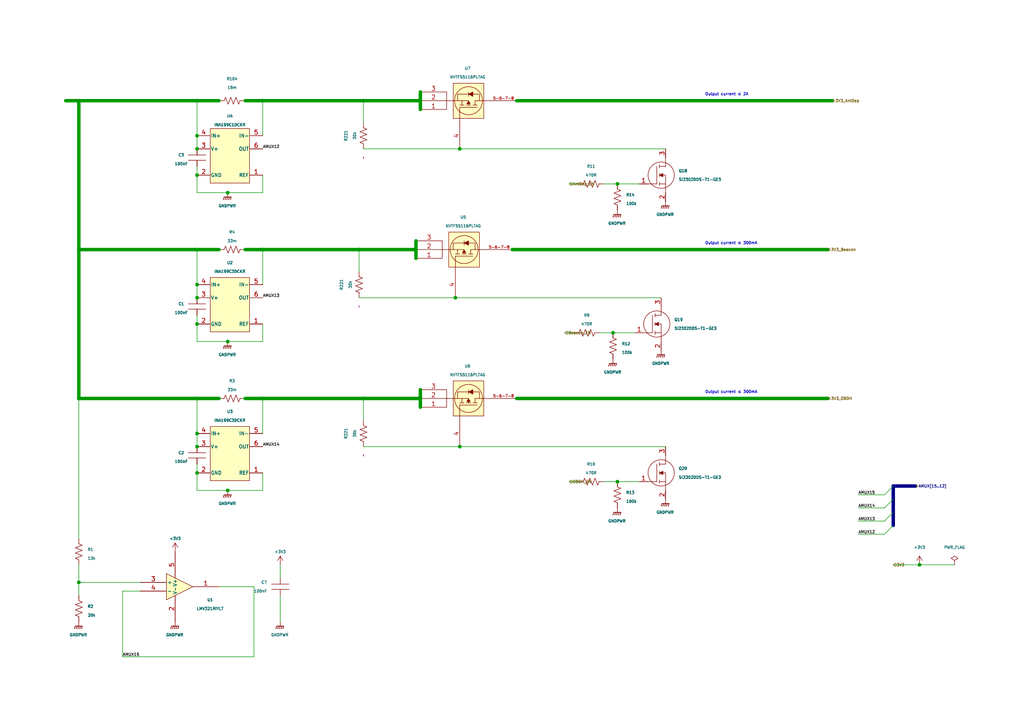
<source format=kicad_sch>
(kicad_sch (version 20230121) (generator eeschema)
  (paper "A4")
  (title_block (title "Reliability Enhanced Electrical Power System") (date "2023-08-03") (rev "v0.0") (comment 1 "Davi Figueiredo <figueiredo.davi7@gmail.com> ") (comment 2 "João C. E. Barcellos <joaoclaudiobarcellos@gmail.com>") (comment 3 "Laura Debastiani <laudebastiani@gmail.com>"))
  (lib_symbols
    (symbol "C0603C104K5RACTU:C0603C104K5RACTU" (pin_numbers hide) (pin_names (offset 1.016) hide)
      (property "Reference" "C44" (at 5.08 -1.397 0))
      (property "Value" "100nF" (at 5.08 -3.937 0))
      (symbol "C0603C104K5RACTU_1_1"
        (polyline (pts (xy 2.54 -3.302) (xy -2.54 -3.302)))
        (polyline (pts (xy 2.54 -1.778) (xy -2.54 -1.778)))
        (pin passive line (at 0 0 270) (length 1.778) (name "1") (number "1"))
        (pin passive line (at 0 -5.08 90) (length 1.778) (name "2") (number "2"))
      )
    )
    (symbol "CRCW0603100KFKEAHP:CRCW0603100KFKEAHP" (pin_numbers hide) (pin_names (offset 0.762) hide)
      (property "Reference" "R" (at 3.81 5.08 0))
      (property "Value" "100k" (at 3.81 2.54 0))
      (symbol "CRCW0603100KFKEAHP_0_1"
        (polyline (pts (xy 4.064 0) (xy 3.81 0)))
        (polyline (pts (xy 8.636 0) (xy 8.89 0)))
        (polyline (pts (xy 4.064 0) (xy 4.445 1.016) (xy 4.826 0) (xy 5.207 -1.016) (xy 5.588 0)))
        (polyline (pts (xy 5.588 0) (xy 5.969 1.016) (xy 6.35 0) (xy 6.731 -1.016) (xy 7.112 0)))
        (polyline (pts (xy 7.112 0) (xy 7.493 1.016) (xy 7.874 0) (xy 8.255 -1.016) (xy 8.636 0)))
      )
      (symbol "CRCW0603100KFKEAHP_1_1"
        (pin passive line (at 2.54 0 0) (length 1.27) (name "") (number "1"))
        (pin passive line (at 10.16 0 180) (length 1.27) (name "") (number "2"))
      )
    )
    (symbol "CRCW060313K0FKEAHP:CRCW060313K0FKEAHP" (pin_numbers hide) (pin_names (offset 0.254) hide)
      (property "Reference" "R" (at 6.35 5.08 0))
      (property "Value" "13k" (at 6.35 2.54 0))
      (symbol "CRCW060313K0FKEAHP_0_1"
        (polyline (pts (xy 4.064 0) (xy 3.81 0)))
        (polyline (pts (xy 8.636 0) (xy 8.89 0)))
        (polyline (pts (xy 4.064 0) (xy 4.445 1.016) (xy 4.826 0) (xy 5.207 -1.016) (xy 5.588 0)))
        (polyline (pts (xy 5.588 0) (xy 5.969 1.016) (xy 6.35 0) (xy 6.731 -1.016) (xy 7.112 0)))
        (polyline (pts (xy 7.112 0) (xy 7.493 1.016) (xy 7.874 0) (xy 8.255 -1.016) (xy 8.636 0)))
      )
      (symbol "CRCW060313K0FKEAHP_1_1"
        (pin passive line (at 2.54 0 0) (length 1.27) (name "") (number "1"))
        (pin passive line (at 10.16 0 180) (length 1.27) (name "") (number "2"))
      )
      (symbol "CRCW060313K0FKEAHP_1_2"
        (polyline (pts (xy -1.27 3.175) (xy 1.27 4.445)) (stroke (width 0.2032)))
        (polyline (pts (xy -1.27 5.715) (xy 1.27 6.985)) (stroke (width 0.2032)))
        (polyline (pts (xy -1.27 8.255) (xy 1.27 9.525)) (stroke (width 0.2032)))
        (polyline (pts (xy 0 2.54) (xy -1.27 3.175)) (stroke (width 0.2032)))
        (polyline (pts (xy 1.27 4.445) (xy -1.27 5.715)) (stroke (width 0.2032)))
        (polyline (pts (xy 1.27 6.985) (xy -1.27 8.255)) (stroke (width 0.2032)))
        (polyline (pts (xy 1.27 9.525) (xy 0 10.16)) (stroke (width 0.2032)))
        (pin unspecified line (at 0 12.7 270) (length 2.54) (name "") (number "1"))
        (pin unspecified line (at 0 0 90) (length 2.54) (name "") (number "2"))
      )
    )
    (symbol "CRCW060320K0FKEAHP:CRCW060320K0FKEAHP" (pin_numbers hide) (pin_names (offset 1.016) hide)
      (property "Reference" "R" (at 6.35 5.08 0))
      (property "Value" "20k" (at 5.08 2.54 0))
      (symbol "CRCW060320K0FKEAHP_0_1"
        (polyline (pts (xy 4.064 0) (xy 3.81 0)))
        (polyline (pts (xy 8.636 0) (xy 8.89 0)))
        (polyline (pts (xy 4.064 0) (xy 4.445 1.016) (xy 4.826 0) (xy 5.207 -1.016) (xy 5.588 0)))
        (polyline (pts (xy 5.588 0) (xy 5.969 1.016) (xy 6.35 0) (xy 6.731 -1.016) (xy 7.112 0)))
        (polyline (pts (xy 7.112 0) (xy 7.493 1.016) (xy 7.874 0) (xy 8.255 -1.016) (xy 8.636 0)))
      )
      (symbol "CRCW060320K0FKEAHP_1_1"
        (pin passive line (at 2.54 0 0) (length 1.27) (name "") (number "1"))
        (pin passive line (at 10.16 0 180) (length 1.27) (name "") (number "2"))
      )
    )
    (symbol "CRCW060330K0FKEAHP:RES" (pin_numbers hide) (pin_names (offset -2.54) hide)
      (property "Reference" "R" (at 6.35 5.08 0))
      (property "Value" "30k" (at 6.35 2.54 0))
      (symbol "RES_0_1"
        (polyline (pts (xy 4.064 0) (xy 3.81 0)))
        (polyline (pts (xy 8.636 0) (xy 8.89 0)))
        (polyline (pts (xy 4.064 0) (xy 4.445 1.016) (xy 4.826 0) (xy 5.207 -1.016) (xy 5.588 0)))
        (polyline (pts (xy 5.588 0) (xy 5.969 1.016) (xy 6.35 0) (xy 6.731 -1.016) (xy 7.112 0)))
        (polyline (pts (xy 7.112 0) (xy 7.493 1.016) (xy 7.874 0) (xy 8.255 -1.016) (xy 8.636 0)))
      )
      (symbol "RES_1_1"
        (pin passive line (at 2.54 0 0) (length 1.27) (name "") (number "1"))
        (pin passive line (at 10.16 0 180) (length 1.27) (name "") (number "2"))
      )
    )
    (symbol "CRCW0603470RFKEAHP:CRCW0603470RFKEAHP" (pin_numbers hide) (pin_names (offset 1.016) hide)
      (property "Reference" "R" (at 6.35 5.08 0))
      (property "Value" "470R" (at 3.81 2.54 0))
      (symbol "CRCW0603470RFKEAHP_0_1"
        (polyline (pts (xy 4.064 0) (xy 3.81 0)))
        (polyline (pts (xy 8.636 0) (xy 8.89 0)))
        (polyline (pts (xy 4.064 0) (xy 4.445 1.016) (xy 4.826 0) (xy 5.207 -1.016) (xy 5.588 0)))
        (polyline (pts (xy 5.588 0) (xy 5.969 1.016) (xy 6.35 0) (xy 6.731 -1.016) (xy 7.112 0)))
        (polyline (pts (xy 7.112 0) (xy 7.493 1.016) (xy 7.874 0) (xy 8.255 -1.016) (xy 8.636 0)))
      )
      (symbol "CRCW0603470RFKEAHP_1_1"
        (pin passive line (at 2.54 0 0) (length 1.27) (name "") (number "1"))
        (pin passive line (at 10.16 0 180) (length 1.27) (name "") (number "2"))
      )
    )
    (symbol "INA199C1DCKR:INA199xxDCK" (pin_names (offset 0.127))
      (property "Reference" "U" (at 21.336 25.146 0))
      (property "Value" "INA199xxDCK" (at 16.51 22.86 0))
      (symbol "INA199xxDCK_1_1"
        (rectangle (start 16.51 21.082) (end 27.94 5.334) (fill (type background)))
        (pin input line (at 31.75 7.62 180) (length 3.81) (name "REF") (number "1"))
        (pin power_in line (at 12.7 7.62 0) (length 3.81) (name "GND") (number "2"))
        (pin power_in line (at 12.7 15.24 0) (length 3.81) (name "V+") (number "3"))
        (pin input line (at 12.7 19.05 0) (length 3.81) (name "IN+") (number "4"))
        (pin input line (at 31.75 19.05 180) (length 3.81) (name "IN-") (number "5"))
        (pin output line (at 31.75 15.24 180) (length 3.81) (name "OUT") (number "6"))
      )
    )
    (symbol "INA199C3DCKR:INA199xxDCK" (pin_names (offset 0.127))
      (property "Reference" "U" (at 21.336 25.146 0))
      (property "Value" "INA199xxDCK" (at 16.51 22.86 0))
      (symbol "INA199xxDCK_1_1"
        (rectangle (start 16.51 21.082) (end 27.94 5.334) (fill (type background)))
        (pin input line (at 31.75 7.62 180) (length 3.81) (name "REF") (number "1"))
        (pin power_in line (at 12.7 7.62 0) (length 3.81) (name "GND") (number "2"))
        (pin power_in line (at 12.7 15.24 0) (length 3.81) (name "V+") (number "3"))
        (pin input line (at 12.7 19.05 0) (length 3.81) (name "IN+") (number "4"))
        (pin input line (at 31.75 19.05 180) (length 3.81) (name "IN-") (number "5"))
        (pin output line (at 31.75 15.24 180) (length 3.81) (name "OUT") (number "6"))
      )
    )
    (symbol "INA199xxDCK_1" (pin_names (offset 0.127))
      (property "Reference" "U" (at 21.336 25.146 0))
      (property "Value" "INA199C3DCKR" (at 15.24 22.86 0))
      (symbol "INA199xxDCK_1_1_1"
        (rectangle (start 16.51 21.082) (end 27.94 5.334) (fill (type background)))
        (pin input line (at 31.75 7.62 180) (length 3.81) (name "REF") (number "1"))
        (pin power_in line (at 12.7 7.62 0) (length 3.81) (name "GND") (number "2"))
        (pin power_in line (at 12.7 15.24 0) (length 3.81) (name "V+") (number "3"))
        (pin input line (at 12.7 19.05 0) (length 3.81) (name "IN+") (number "4"))
        (pin input line (at 31.75 19.05 180) (length 3.81) (name "IN-") (number "5"))
        (pin output line (at 31.75 15.24 180) (length 3.81) (name "OUT") (number "6"))
      )
    )
    (symbol "LMV321RIYLT:LMV321RIYLT" (pin_names (offset 0.254))
      (property "Reference" "U" (at 8.89 -1.27 0))
      (property "Value" "LMV321RIYLT" (at 8.89 -3.81 0))
      (symbol "LMV321RIYLT_1_1"
        (polyline (pts (xy -2.54 5.08) (xy -2.54 -2.54) (xy 5.08 1.27) (xy -2.54 5.08)) (fill (type background)))
        (pin output line (at 12.7 1.27 180) (length 7.62) (name "") (number "1"))
        (pin power_in line (at 0 -8.89 90) (length 7.62) (name "V-") (number "2"))
        (pin input line (at -10.16 2.54 0) (length 7.62) (name "+") (number "3"))
        (pin input line (at -10.16 0 0) (length 7.62) (name "-") (number "4"))
        (pin power_in line (at 0 11.43 270) (length 7.62) (name "V+") (number "5"))
      )
    )
    (symbol "NVTFS5116PLWFTAG:NVTFS5116PLTAG" (pin_names (offset 0.254))
      (property "Reference" "U" (at 35.56 -12.7 0))
      (property "Value" "NVTFS5116PLTAG" (at 35.56 -15.24 0))
      (symbol "NVTFS5116PLTAG_0_1"
        (polyline (pts (xy 13.97 -16.51) (xy 18.415 -16.51)))
        (polyline (pts (xy 18.415 -11.43) (xy 18.415 -16.51)))
        (polyline (pts (xy 19.05 -16.51) (xy 19.05 -15.24)))
        (polyline (pts (xy 19.05 -15.875) (xy 20.32 -15.875)))
        (polyline (pts (xy 19.05 -14.605) (xy 19.05 -13.335)))
        (polyline (pts (xy 19.05 -13.97) (xy 20.32 -13.97)))
        (polyline (pts (xy 19.05 -12.7) (xy 19.05 -11.43)))
        (polyline (pts (xy 19.05 -12.065) (xy 20.32 -12.065)))
        (polyline (pts (xy 19.685 -13.462) (xy 19.685 -13.462)))
        (polyline (pts (xy 20.32 -13.97) (xy 20.32 -20.32)))
        (polyline (pts (xy 20.32 -12.065) (xy 20.32 -7.62)))
        (polyline (pts (xy 21.59 -13.97) (xy 22.86 -13.97)))
        (polyline (pts (xy 22.86 -20.32) (xy 17.78 -20.32)))
        (polyline (pts (xy 20.32 -10.795) (xy 22.225 -10.795) (xy 22.225 -17.145) (xy 20.32 -17.145)))
        (circle (center 20.32 -13.97) (radius 4.066))
      )
      (symbol "NVTFS5116PLTAG_1_1"
        (polyline (pts (xy 19.431 -13.462) (xy 19.431 -14.478) (xy 20.193 -13.97) (xy 19.431 -13.462)) (fill (type outline)))
        (polyline (pts (xy 21.59 -12.7) (xy 22.86 -12.7) (xy 22.225 -13.97) (xy 21.59 -12.7)) (fill (type outline)))
        (rectangle (start 15.24 -9.525) (end 25.4 -18.415) (fill (type background)))
        (pin passive line (at 17.78 -27.94 90) (length 7.62) (name "") (number "1"))
        (pin passive line (at 20.32 -27.94 90) (length 7.62) (name "") (number "2"))
        (pin passive line (at 22.86 -27.94 90) (length 7.62) (name "") (number "3"))
        (pin passive line (at 6.35 -16.51 0) (length 7.62) (name "") (number "4"))
        (pin passive line (at 20.32 0 270) (length 7.62) (name "") (number "5-6-7-8"))
      )
    )
    (symbol "SI2302DDS-T1-GE3:SI2302DDS-T1-GE3" (pin_names hide)
      (property "Reference" "Q" (at 11.43 3.81 0))
      (property "Value" "SI2302DDS-T1-GE3" (at 11.43 1.27 0))
      (symbol "SI2302DDS-T1-GE3_1_1"
        (polyline (pts (xy 2.54 0) (xy 5.08 0)))
        (polyline (pts (xy 5.08 5.08) (xy 5.08 0)))
        (polyline (pts (xy 5.842 -0.508) (xy 5.842 0.508)))
        (polyline (pts (xy 5.842 0) (xy 7.62 0)))
        (polyline (pts (xy 5.842 2.032) (xy 5.842 3.048)))
        (polyline (pts (xy 5.842 5.588) (xy 5.842 4.572)))
        (polyline (pts (xy 7.62 2.54) (xy 5.842 2.54)))
        (polyline (pts (xy 7.62 2.54) (xy 7.62 -2.54)))
        (polyline (pts (xy 7.62 5.08) (xy 5.842 5.08)))
        (polyline (pts (xy 7.62 5.08) (xy 7.62 7.62)))
        (polyline (pts (xy 5.842 2.54) (xy 6.858 3.048) (xy 6.858 2.032) (xy 5.842 2.54)) (fill (type outline)))
        (circle (center 6.35 2.54) (radius 3.81))
        (pin passive line (at 0 0 0) (length 2.54) (name "G") (number "1"))
        (pin passive line (at 7.62 -5.08 90) (length 2.54) (name "S") (number "2"))
        (pin passive line (at 7.62 10.16 270) (length 2.54) (name "D") (number "3"))
      )
    )
    (symbol "WSL2010R0180FEA:WSL2010R0180FEA" (pin_numbers hide) (pin_names hide)
      (property "Reference" "R" (at 12.7 5.08 0))
      (property "Value" "18m" (at 11.43 2.54 0))
      (symbol "WSL2010R0180FEA_0_1"
        (polyline (pts (xy 11.684 -1.27) (xy 11.43 -1.27)))
        (polyline (pts (xy 16.256 -1.27) (xy 16.51 -1.27)))
        (polyline (pts (xy 11.684 -1.27) (xy 12.065 -0.254) (xy 12.446 -1.27) (xy 12.827 -2.286) (xy 13.208 -1.27)))
        (polyline (pts (xy 13.208 -1.27) (xy 13.589 -0.254) (xy 13.97 -1.27) (xy 14.351 -2.286) (xy 14.732 -1.27)))
        (polyline (pts (xy 14.732 -1.27) (xy 15.113 -0.254) (xy 15.494 -1.27) (xy 15.875 -2.286) (xy 16.256 -1.27)))
      )
      (symbol "WSL2010R0180FEA_1_0"
        (pin passive line (at 10.16 -1.27 0) (length 1.27) (name "~") (number "1"))
        (pin passive line (at 17.78 -1.27 180) (length 1.27) (name "~") (number "2"))
      )
    )
    (symbol "WSL2010R0330FEA:WSL2010R0330FEA" (pin_numbers hide) (pin_names (offset 0.254) hide)
      (property "Reference" "R" (at 6.35 5.08 0))
      (property "Value" "33m" (at 6.35 2.54 0))
      (symbol "WSL2010R0330FEA_0_1"
        (polyline (pts (xy 4.064 0) (xy 3.81 0)))
        (polyline (pts (xy 8.636 0) (xy 8.89 0)))
        (polyline (pts (xy 4.064 0) (xy 4.445 1.016) (xy 4.826 0) (xy 5.207 -1.016) (xy 5.588 0)))
        (polyline (pts (xy 5.588 0) (xy 5.969 1.016) (xy 6.35 0) (xy 6.731 -1.016) (xy 7.112 0)))
        (polyline (pts (xy 7.112 0) (xy 7.493 1.016) (xy 7.874 0) (xy 8.255 -1.016) (xy 8.636 0)))
      )
      (symbol "WSL2010R0330FEA_1_1"
        (pin passive line (at 2.54 0 0) (length 1.27) (name "") (number "1"))
        (pin passive line (at 10.16 0 180) (length 1.27) (name "") (number "2"))
      )
      (symbol "WSL2010R0330FEA_1_2"
        (polyline (pts (xy -1.27 3.175) (xy 1.27 4.445)) (stroke (width 0.2032)))
        (polyline (pts (xy -1.27 5.715) (xy 1.27 6.985)) (stroke (width 0.2032)))
        (polyline (pts (xy -1.27 8.255) (xy 1.27 9.525)) (stroke (width 0.2032)))
        (polyline (pts (xy 0 2.54) (xy -1.27 3.175)) (stroke (width 0.2032)))
        (polyline (pts (xy 1.27 4.445) (xy -1.27 5.715)) (stroke (width 0.2032)))
        (polyline (pts (xy 1.27 6.985) (xy -1.27 8.255)) (stroke (width 0.2032)))
        (polyline (pts (xy 1.27 9.525) (xy 0 10.16)) (stroke (width 0.2032)))
        (pin unspecified line (at 0 12.7 270) (length 2.54) (name "") (number "1"))
        (pin unspecified line (at 0 0 90) (length 2.54) (name "") (number "2"))
      )
    )
    (symbol "power:+3V3" (power) (pin_names (offset 0))
      (property "Value" "+3V3" (at 0 3.556 0))
      (symbol "+3V3_0_1"
        (polyline (pts (xy -0.762 1.27) (xy 0 2.54)))
        (polyline (pts (xy 0 0) (xy 0 2.54)))
        (polyline (pts (xy 0 2.54) (xy 0.762 1.27)))
      )
      (symbol "+3V3_1_1"
        (pin power_in line (at 0 0 90) (length 0) hide (name "+3V3") (number "1"))
      )
    )
    (symbol "power:GNDPWR" (power) (pin_names (offset 0))
      (property "Value" "GNDPWR" (at 0 -3.302 0))
      (symbol "GNDPWR_0_1"
        (polyline (pts (xy 0 -1.27) (xy 0 0)))
        (polyline (pts (xy -1.016 -1.27) (xy -1.27 -2.032) (xy -1.27 -2.032)) (stroke (width 0.2032)))
        (polyline (pts (xy -0.508 -1.27) (xy -0.762 -2.032) (xy -0.762 -2.032)) (stroke (width 0.2032)))
        (polyline (pts (xy 0 -1.27) (xy -0.254 -2.032) (xy -0.254 -2.032)) (stroke (width 0.2032)))
        (polyline (pts (xy 0.508 -1.27) (xy 0.254 -2.032) (xy 0.254 -2.032)) (stroke (width 0.2032)))
        (polyline (pts (xy 1.016 -1.27) (xy -1.016 -1.27) (xy -1.016 -1.27)) (stroke (width 0.2032)))
        (polyline (pts (xy 1.016 -1.27) (xy 0.762 -2.032) (xy 0.762 -2.032) (xy 0.762 -2.032)) (stroke (width 0.2032)))
      )
      (symbol "GNDPWR_1_1"
        (pin power_in line (at 0 0 270) (length 0) hide (name "GNDPWR") (number "1"))
      )
    )
    (symbol "power:PWR_FLAG" (power) (pin_numbers hide) (pin_names (offset 0) hide)
      (property "Value" "PWR_FLAG" (at 0 3.81 0))
      (symbol "PWR_FLAG_0_0"
        (pin power_out line (at 0 0 90) (length 0) (name "pwr") (number "1"))
      )
      (symbol "PWR_FLAG_0_1"
        (polyline (pts (xy 0 0) (xy 0 1.27) (xy -1.016 1.905) (xy 0 2.54) (xy 1.016 1.905) (xy 0 1.27)))
      )
    )
  )
  (junction (at 133.35 43.18))
  (junction (at 121.92 29.21))
  (junction (at 66.04 55.88))
  (junction (at 76.2 29.21))
  (junction (at 66.04 99.06))
  (junction (at 76.2 72.39))
  (junction (at 57.15 93.98))
  (junction (at 22.86 115.57))
  (junction (at 105.41 29.21))
  (junction (at 57.15 82.55))
  (junction (at 57.15 129.54))
  (junction (at 121.92 115.57))
  (junction (at 57.15 125.73))
  (junction (at 22.86 29.21))
  (junction (at 177.8 96.52))
  (junction (at 57.15 137.16))
  (junction (at 133.35 129.54))
  (junction (at 57.15 43.18))
  (junction (at 179.07 139.7))
  (junction (at 105.41 115.57))
  (junction (at 57.15 39.37))
  (junction (at 57.15 29.21))
  (junction (at 57.15 115.57))
  (junction (at 57.15 72.39))
  (junction (at 120.65 72.39))
  (junction (at 22.86 168.91))
  (junction (at 57.15 86.36))
  (junction (at 66.04 142.24))
  (junction (at 132.08 86.36))
  (junction (at 266.7 163.83))
  (junction (at 76.2 115.57))
  (junction (at 104.14 72.39))
  (junction (at 22.86 72.39))
  (junction (at 57.15 50.8))
  (junction (at 179.07 53.34))
  (bus_entry (at 256.54 143.51) (size 2.54 -2.54))
  (bus_entry (at 256.54 154.94) (size 2.54 -2.54))
  (bus_entry (at 256.54 151.13) (size 2.54 -2.54))
  (bus_entry (at 256.54 147.32) (size 2.54 -2.54))
  (wire (pts (xy 105.41 29.21) (xy 121.92 29.21)) (stroke (width 1)))
  (wire (pts (xy 76.2 29.21) (xy 76.2 39.37)))
  (wire (pts (xy 57.15 55.88) (xy 66.04 55.88)))
  (wire (pts (xy 175.26 139.7) (xy 179.07 139.7)))
  (wire (pts (xy 35.56 171.45) (xy 35.56 190.5)))
  (wire (pts (xy 57.15 134.62) (xy 57.15 137.16)))
  (wire (pts (xy 132.08 86.36) (xy 191.77 86.36)))
  (wire (pts (xy 104.14 86.36) (xy 132.08 86.36)))
  (wire (pts (xy 256.54 147.32) (xy 248.92 147.32)))
  (wire (pts (xy 57.15 91.44) (xy 57.15 93.98)))
  (wire (pts (xy 256.54 151.13) (xy 248.92 151.13)))
  (wire (pts (xy 175.26 53.34) (xy 179.07 53.34)))
  (wire (pts (xy 76.2 115.57) (xy 76.2 125.73)))
  (bus (pts (xy 265.43 140.97) (xy 259.08 140.97)) (stroke (width 1)))
  (wire (pts (xy 73.66 170.18) (xy 73.66 190.5)))
  (wire (pts (xy 276.86 163.83) (xy 266.7 163.83)))
  (wire (pts (xy 104.14 72.39) (xy 120.65 72.39)) (stroke (width 1)))
  (wire (pts (xy 167.64 53.34) (xy 165.1 53.34)))
  (wire (pts (xy 57.15 72.39) (xy 63.5 72.39)) (stroke (width 1)))
  (wire (pts (xy 121.92 29.21) (xy 121.92 31.75)) (stroke (width 1)))
  (wire (pts (xy 57.15 142.24) (xy 66.04 142.24)))
  (wire (pts (xy 256.54 154.94) (xy 248.92 154.94)))
  (wire (pts (xy 76.2 142.24) (xy 76.2 137.16)))
  (bus (pts (xy 259.08 148.59) (xy 259.08 152.4)) (stroke (width 1)))
  (wire (pts (xy 76.2 55.88) (xy 76.2 50.8)))
  (wire (pts (xy 22.86 168.91) (xy 40.64 168.91)))
  (wire (pts (xy 76.2 72.39) (xy 104.14 72.39)) (stroke (width 1)))
  (wire (pts (xy 66.04 99.06) (xy 76.2 99.06)))
  (wire (pts (xy 121.92 113.03) (xy 121.92 115.57)) (stroke (width 1)))
  (wire (pts (xy 173.99 96.52) (xy 177.8 96.52)))
  (wire (pts (xy 57.15 93.98) (xy 57.15 99.06)))
  (wire (pts (xy 149.86 29.21) (xy 241.3 29.21)) (stroke (width 1)))
  (wire (pts (xy 149.86 115.57) (xy 240.03 115.57)) (stroke (width 1)))
  (wire (pts (xy 57.15 99.06) (xy 66.04 99.06)))
  (wire (pts (xy 121.92 115.57) (xy 121.92 118.11)) (stroke (width 1)))
  (wire (pts (xy 66.04 55.88) (xy 76.2 55.88)))
  (wire (pts (xy 76.2 72.39) (xy 76.2 82.55)))
  (wire (pts (xy 22.86 72.39) (xy 22.86 115.57)) (stroke (width 1)))
  (wire (pts (xy 104.14 72.39) (xy 104.14 78.74)))
  (wire (pts (xy 40.64 171.45) (xy 35.56 171.45)))
  (wire (pts (xy 22.86 72.39) (xy 57.15 72.39)) (stroke (width 1)))
  (wire (pts (xy 71.12 29.21) (xy 76.2 29.21)) (stroke (width 1)))
  (wire (pts (xy 22.86 115.57) (xy 57.15 115.57)) (stroke (width 1)))
  (wire (pts (xy 105.41 129.54) (xy 133.35 129.54)))
  (wire (pts (xy 71.12 115.57) (xy 76.2 115.57)) (stroke (width 1)))
  (wire (pts (xy 81.28 172.72) (xy 81.28 180.34)))
  (wire (pts (xy 76.2 115.57) (xy 105.41 115.57)) (stroke (width 1)))
  (wire (pts (xy 22.86 163.83) (xy 22.86 168.91)))
  (wire (pts (xy 76.2 29.21) (xy 105.41 29.21)) (stroke (width 1)))
  (wire (pts (xy 120.65 72.39) (xy 120.65 74.93)) (stroke (width 1)))
  (wire (pts (xy 57.15 115.57) (xy 63.5 115.57)) (stroke (width 1)))
  (wire (pts (xy 105.41 43.18) (xy 133.35 43.18)))
  (bus (pts (xy 259.08 144.78) (xy 259.08 148.59)) (stroke (width 1)))
  (wire (pts (xy 121.92 26.67) (xy 121.92 29.21)) (stroke (width 1)))
  (wire (pts (xy 22.86 29.21) (xy 22.86 72.39)) (stroke (width 1)))
  (wire (pts (xy 81.28 163.83) (xy 81.28 167.64)))
  (wire (pts (xy 76.2 99.06) (xy 76.2 93.98)))
  (wire (pts (xy 105.41 115.57) (xy 121.92 115.57)) (stroke (width 1)))
  (wire (pts (xy 22.86 29.21) (xy 57.15 29.21)) (stroke (width 1)))
  (wire (pts (xy 57.15 39.37) (xy 57.15 43.18)))
  (wire (pts (xy 57.15 115.57) (xy 57.15 125.73)))
  (wire (pts (xy 105.41 115.57) (xy 105.41 121.92)))
  (wire (pts (xy 22.86 29.21) (xy 19.05 29.21)) (stroke (width 1)))
  (wire (pts (xy 57.15 125.73) (xy 57.15 129.54)))
  (wire (pts (xy 166.37 96.52) (xy 163.83 96.52)))
  (wire (pts (xy 63.5 170.18) (xy 73.66 170.18)))
  (wire (pts (xy 133.35 129.54) (xy 193.04 129.54)))
  (wire (pts (xy 57.15 55.88) (xy 57.15 50.8)))
  (wire (pts (xy 148.59 72.39) (xy 240.03 72.39)) (stroke (width 1)))
  (wire (pts (xy 57.15 29.21) (xy 57.15 39.37)))
  (wire (pts (xy 105.41 29.21) (xy 105.41 35.56)))
  (wire (pts (xy 22.86 168.91) (xy 22.86 172.72)))
  (bus (pts (xy 259.08 140.97) (xy 259.08 144.78)) (stroke (width 1)))
  (wire (pts (xy 120.65 69.85) (xy 120.65 72.39)) (stroke (width 1)))
  (wire (pts (xy 177.8 96.52) (xy 184.15 96.52)))
  (wire (pts (xy 179.07 139.7) (xy 185.42 139.7)))
  (wire (pts (xy 57.15 137.16) (xy 57.15 142.24)))
  (wire (pts (xy 179.07 53.34) (xy 185.42 53.34)))
  (wire (pts (xy 256.54 143.51) (xy 248.92 143.51)))
  (wire (pts (xy 57.15 48.26) (xy 57.15 50.8)))
  (wire (pts (xy 57.15 82.55) (xy 57.15 86.36)))
  (wire (pts (xy 57.15 29.21) (xy 63.5 29.21)) (stroke (width 1)))
  (wire (pts (xy 71.12 72.39) (xy 76.2 72.39)) (stroke (width 1)))
  (wire (pts (xy 22.86 115.57) (xy 22.86 156.21)))
  (wire (pts (xy 167.64 139.7) (xy 165.1 139.7)))
  (wire (pts (xy 266.7 163.83) (xy 259.08 163.83)))
  (wire (pts (xy 57.15 72.39) (xy 57.15 82.55)))
  (wire (pts (xy 35.56 190.5) (xy 73.66 190.5)))
  (wire (pts (xy 66.04 142.24) (xy 76.2 142.24)))
  (wire (pts (xy 133.35 43.18) (xy 193.04 43.18)))
  (text "Output current ≤ 300mA" (at 204.47 114.3 0) (effects (font (size 0.8 0.8)) (justify left bottom)))
  (text "Output current ≤ 300mA" (at 204.47 71.12 0) (effects (font (size 0.8 0.8)) (justify left bottom)))
  (text "Output current ≤ 2A" (at 204.47 27.94 0) (effects (font (size 0.8 0.8)) (justify left bottom)))
  (label "AMUX15" (at 248.92 143.51 0) (effects (font (size 0.8 0.8))))
  (label "AMUX14" (at 76.2 129.54 0) (effects (font (size 0.8 0.8))))
  (label "AMUX12" (at 248.92 154.94 0) (effects (font (size 0.8 0.8))))
  (label "AMUX12" (at 76.2 43.18 0) (effects (font (size 0.8 0.8))))
  (label "AMUX13" (at 76.2 86.36 0) (effects (font (size 0.8 0.8))))
  (label "AMUX13" (at 248.92 151.13 0) (effects (font (size 0.8 0.8))))
  (label "AMUX15" (at 35.56 190.5 0) (effects (font (size 0.8 0.8))))
  (label "AMUX14" (at 248.92 147.32 0) (effects (font (size 0.8 0.8))))
  (hierarchical_label "3V3_Beacon" (shape output) (at 240.03 72.39 0) (effects (font (size 0.8 0.8))))
  (hierarchical_label "AMUX[15..12]" (shape output) (at 265.43 140.97 0) (effects (font (size 0.8 0.8))))
  (hierarchical_label "3V3" (shape input) (at 19.05 29.21 0) (effects (font (size 0.8 0.8))))
  (hierarchical_label "OBDH_EN" (shape input) (at 165.1 139.7 0) (effects (font (size 0.8 0.8))))
  (hierarchical_label "3V3_OBDH" (shape output) (at 240.03 115.57 0) (effects (font (size 0.8 0.8))))
  (hierarchical_label "AntDep_EN" (shape input) (at 165.1 53.34 0) (effects (font (size 0.8 0.8))))
  (hierarchical_label "Beacon_EN" (shape input) (at 163.83 96.52 0) (effects (font (size 0.8 0.8))))
  (hierarchical_label "3V3" (shape input) (at 259.08 163.83 0) (effects (font (size 0.8 0.8))))
  (hierarchical_label "3V3_AntDep" (shape output) (at 241.3 29.21 0) (effects (font (size 0.8 0.8))))
  (symbol (lib_id "WSL2010R0180FEA:WSL2010R0180FEA") (at 53.34 27.94 0) (unit 1)
    (property "Reference" "R104" (at 67.31 22.86 0) (effects (font (size 0.8 0.8))))
    (property "Value" "18m" (at 67.31 25.4 0) (effects (font (size 0.8 0.8))))
    (property "Footprint" "footprints:WSL2010R0180FEA" (effects hide))
    (property "Datasheet" "https://www.arrow.com/en/products/wsl2010r0180fea/vishay" (effects hide))
    (property "Height" "0.889" (effects hide))
    (property "Mouser Part Number" "71-WSL2010R0180FEA" (effects hide))
    (property "Mouser Price/Stock" "https://www.mouser.co.uk/ProductDetail/Vishay-Dale/WSL2010R0180FEA?qs=fncU5wK7Cm%2FkEWsMhCYm%252Bw%3D%3D" (effects hide))
    (property "Manufacturer_Name" "Vishay" (effects hide))
    (property "Manufacturer_Part_Number" "WSL2010R0180FEA" (effects hide))
    (instances (project "eps-re_project" (path "" (reference "R104") (unit 1)) (path "" (reference "R5") (unit 1))))
  )
  (symbol (lib_id "power:GNDPWR") (at 179.07 147.32 0) (unit 1)
    (property "Reference" "#PWR064" (effects hide))
    (property "Value" "GNDPWR" (at 178.943 151.13 0) (effects (font (size 0.8 0.8))))
    (instances (project "eps-re_project" (path "" (reference "#PWR064") (unit 1)) (path "" (reference "#PWR0108") (unit 1)) (path "" (reference "#PWR011") (unit 1))))
  )
  (symbol (lib_id "power:GNDPWR") (at 22.86 180.34 0) (unit 1)
    (property "Reference" "#PWR064" (effects hide))
    (property "Value" "GNDPWR" (at 22.733 184.15 0) (effects (font (size 0.8 0.8))))
    (instances (project "eps-re_project" (path "" (reference "#PWR064") (unit 1)) (path "" (reference "#PWR0108") (unit 1)) (path "" (reference "#PWR01") (unit 1))))
  )
  (symbol (lib_id "power:GNDPWR") (at 193.04 144.78 0) (unit 1)
    (property "Reference" "#PWR064" (effects hide))
    (property "Value" "GNDPWR" (at 192.913 148.59 0) (effects (font (size 0.8 0.8))))
    (instances (project "eps-re_project" (path "" (reference "#PWR064") (unit 1)) (path "" (reference "#PWR0108") (unit 1)) (path "" (reference "#PWR019") (unit 1))))
  )
  (symbol (lib_id "CRCW060330K0FKEAHP:RES") (at 104.14 88.9 90) (unit 1)
    (property "Reference" "R221" (at 99.06 82.55 0) (effects (font (size 0.8 0.8))))
    (property "Value" "30k" (at 101.6 82.55 0) (effects (font (size 0.8 0.8))))
    (property "Footprint" "footprints:CRCW060330K0FKEAHP" (effects hide))
    (property "Datasheet" "~" (at 104.14 88.9 0) (effects (font (size 0.8 0.8))))
    (instances (project "eps-re_project" (path "" (reference "R221") (unit 1)) (path "" (reference "R85") (unit 1)) (path "" (reference "R7") (unit 1))) (project "EPSpg3" (path "" (reference "R2") (unit 1))))
  )
  (symbol (lib_id "CRCW060320K0FKEAHP:CRCW060320K0FKEAHP") (at 22.86 170.18 270) (unit 1)
    (property "Reference" "R2" (at 25.4 175.895 90) (effects (font (size 0.8 0.8)) (justify left)))
    (property "Value" "20k" (at 25.4 178.435 90) (effects (font (size 0.8 0.8)) (justify left)))
    (property "Footprint" "footprints:CRCW060320K0FKEAHP" (effects hide))
    (property "Datasheet" "http://www.vishay.com/docs/20043/crcwhpe3.pdf" (effects hide))
    (property "automotive" "Yes" (effects hide))
    (property "automotive grade" "Grade 0" (effects hide))
    (property "category" "Res" (effects hide))
    (property "composition" "Thick Film" (effects hide))
    (property "device class L1" "Passive Components" (effects hide))
    (property "device class L2" "Resistors" (effects hide))
    (property "device class L3" "Chip SMD Resistors" (effects hide))
    (property "height" "0.55mm" (effects hide))
    (property "ipc land pattern name" "RESC16085X45" (effects hide))
    (property "lead free" "Yes" (effects hide))
    (property "library id" "6d0e00b833a89e4b" (effects hide))
    (property "manufacturer" "Vishay" (effects hide))
    (property "package" "0603" (effects hide))
    (property "power" "250mW" (effects hide))
    (property "power rating" "0.33W" (effects hide))
    (property "resistance" "20kΩ" (effects hide))
    (property "rohs" "Yes" (effects hide))
    (property "series" "CRCW-HP e3" (effects hide))
    (property "temperature coefficient" "100ppm/°C" (effects hide))
    (property "temperature range high" "+155°C" (effects hide))
    (property "temperature range low" "-55°C" (effects hide))
    (property "tolerance" "1%" (effects hide))
    (property "voltage rating" "75V" (effects hide))
    (instances (project "eps-re_project" (path "" (reference "R2") (unit 1))) (project "EPS Analogico" (path "" (reference "R14") (unit 1))))
  )
  (symbol (lib_id "power:PWR_FLAG") (at 276.86 163.83 0) (unit 1)
    (property "Reference" "#FLG010" (effects hide))
    (property "Value" "PWR_FLAG" (at 276.86 158.75 0) (effects (font (size 0.8 0.8))))
  )
  (symbol (lib_id "WSL2010R0330FEA:WSL2010R0330FEA") (at 60.96 115.57 0) (unit 1)
    (property "Reference" "R3" (at 67.31 110.49 0) (effects (font (size 0.8 0.8))))
    (property "Value" "33m" (at 67.31 113.03 0) (effects (font (size 0.8 0.8))))
    (property "Footprint" "footprints:WSL2010R0330FEA" (effects hide))
    (property "Datasheet" "WSL2010R0330FEA" (effects hide))
  )
  (symbol (lib_id "CRCW060330K0FKEAHP:RES") (at 105.41 45.72 90) (unit 1)
    (property "Reference" "R221" (at 100.33 39.37 0) (effects (font (size 0.8 0.8))))
    (property "Value" "30k" (at 102.87 39.37 0) (effects (font (size 0.8 0.8))))
    (property "Footprint" "footprints:CRCW060330K0FKEAHP" (effects hide))
    (property "Datasheet" "~" (at 105.41 45.72 0) (effects (font (size 0.8 0.8))))
    (instances (project "eps-re_project" (path "" (reference "R221") (unit 1)) (path "" (reference "R85") (unit 1)) (path "" (reference "R8") (unit 1))) (project "EPSpg3" (path "" (reference "R2") (unit 1))))
  )
  (symbol (lib_id "C0603C104K5RACTU:C0603C104K5RACTU") (at 57.15 129.54 0) (unit 1)
    (property "Reference" "C2" (at 52.578 131.318 0) (effects (font (size 0.8 0.8))))
    (property "Value" "100nF" (at 52.578 133.858 0) (effects (font (size 0.8 0.8))))
    (property "Footprint" "footprints:C0603C104K5RACTU" (effects hide))
    (property "Datasheet" "https://api.kemet.com/component-edge/download/datasheet/C0603C100J5GACAUTO.pdf" (effects hide))
    (property "automotive" "Yes" (effects hide))
    (property "automotive grade" "Grade 1" (effects hide))
    (property "capacitance" "0.10 μF" (effects hide))
    (property "category" "Cap" (effects hide))
    (property "device class L1" "Passive Components" (effects hide))
    (property "device class L2" "Capacitors" (effects hide))
    (property "device class L3" "Ceramic Capacitors" (effects hide))
    (property "digikey description" "CAP CER 0.1UF 50V X7R 0603" (effects hide))
    (property "digikey part number" "399-5089-2-ND" (effects hide))
    (property "height" "0.87mm" (effects hide))
    (property "lead free" "Yes" (effects hide))
    (property "library id" "73022d3323b2b2b8" (effects hide))
    (property "manufacturer" "KEMET" (effects hide))
    (property "material" "Ceramic" (effects hide))
    (property "mouser part number" "80-C0603C104K5R7867" (effects hide))
    (property "package" "0603" (effects hide))
    (property "rohs" "Yes" (effects hide))
    (property "temperature characteristic" "X7R" (effects hide))
    (property "temperature coefficient" "30ppm/°C" (effects hide))
    (property "temperature range high" "+125°C" (effects hide))
    (property "temperature range low" "-55°C" (effects hide))
    (property "tolerance" "0.1" (effects hide))
    (property "voltage rating" "50 V" (effects hide))
    (instances (project "eps-re_project" (path "" (reference "C2") (unit 1)) (path "" (reference "C6") (unit 1))) (project "EPS Analogico" (path "" (reference "C1") (unit 1))))
  )
  (symbol (lib_id "SI2302DDS-T1-GE3:SI2302DDS-T1-GE3") (at 185.42 53.34 0) (unit 1)
    (property "Reference" "Q18" (at 196.85 49.53 0) (effects (font (size 0.8 0.8)) (justify left)))
    (property "Value" "SI2302DDS-T1-GE3" (at 196.85 52.07 0) (effects (font (size 0.8 0.8)) (justify left)))
    (property "Footprint" "footprints:SI2302DDS-T1-GE3" (effects hide))
    (property "Datasheet" "http://www.vishay.com/docs/63653/si2302dds.pdf" (effects hide))
    (property "Height" "1.12" (effects hide))
    (property "Mouser Part Number" "78-SI2302DDS-T1-GE3" (effects hide))
    (property "Mouser Price/Stock" "https://www.mouser.co.uk/ProductDetail/Vishay-Semiconductors/SI2302DDS-T1-GE3?qs=MxnWX8BLHKdaCSNWhg%252BxLA%3D%3D" (effects hide))
    (property "Manufacturer_Name" "Vishay" (effects hide))
    (property "Manufacturer_Part_Number" "SI2302DDS-T1-GE3" (effects hide))
  )
  (symbol (lib_id "NVTFS5116PLWFTAG:NVTFS5116PLTAG") (at 149.86 49.53 270) (mirror x) (unit 1)
    (property "Reference" "U7" (at 135.636 19.812 90) (effects (font (size 0.8 0.8))))
    (property "Value" "NVTFS5116PLTAG" (at 135.636 22.352 90) (effects (font (size 0.8 0.8))))
    (property "Footprint" "footprints:NVTFS5116PLTAG" (effects hide))
    (property "Datasheet" "https://br.mouser.com/datasheet/2/308/1/NVTFS5116PL_D-2319932.pdf" (effects hide))
  )
  (symbol (lib_id "power:GNDPWR") (at 66.04 142.24 0) (unit 1)
    (property "Reference" "#PWR064" (effects hide))
    (property "Value" "GNDPWR" (at 65.913 146.05 0) (effects (font (size 0.8 0.8))))
    (instances (project "eps-re_project" (path "" (reference "#PWR064") (unit 1)) (path "" (reference "#PWR0108") (unit 1)) (path "" (reference "#PWR04") (unit 1))))
  )
  (symbol (lib_id "SI2302DDS-T1-GE3:SI2302DDS-T1-GE3") (at 185.42 139.7 0) (unit 1)
    (property "Reference" "Q20" (at 196.85 135.89 0) (effects (font (size 0.8 0.8)) (justify left)))
    (property "Value" "SI2302DDS-T1-GE3" (at 196.85 138.43 0) (effects (font (size 0.8 0.8)) (justify left)))
    (property "Footprint" "footprints:SI2302DDS-T1-GE3" (effects hide))
    (property "Datasheet" "http://www.vishay.com/docs/63653/si2302dds.pdf" (effects hide))
    (property "Height" "1.12" (effects hide))
    (property "Mouser Part Number" "78-SI2302DDS-T1-GE3" (effects hide))
    (property "Mouser Price/Stock" "https://www.mouser.co.uk/ProductDetail/Vishay-Semiconductors/SI2302DDS-T1-GE3?qs=MxnWX8BLHKdaCSNWhg%252BxLA%3D%3D" (effects hide))
    (property "Manufacturer_Name" "Vishay" (effects hide))
    (property "Manufacturer_Part_Number" "SI2302DDS-T1-GE3" (effects hide))
  )
  (symbol (lib_id "power:GNDPWR") (at 193.04 58.42 0) (unit 1)
    (property "Reference" "#PWR064" (effects hide))
    (property "Value" "GNDPWR" (at 192.913 62.23 0) (effects (font (size 0.8 0.8))))
    (instances (project "eps-re_project" (path "" (reference "#PWR064") (unit 1)) (path "" (reference "#PWR0108") (unit 1)) (path "" (reference "#PWR05") (unit 1))))
  )
  (symbol (lib_id "power:GNDPWR") (at 179.07 60.96 0) (unit 1)
    (property "Reference" "#PWR064" (effects hide))
    (property "Value" "GNDPWR" (at 178.943 64.77 0) (effects (font (size 0.8 0.8))))
    (instances (project "eps-re_project" (path "" (reference "#PWR064") (unit 1)) (path "" (reference "#PWR0108") (unit 1)) (path "" (reference "#PWR012") (unit 1))))
  )
  (symbol (lib_id "C0603C104K5RACTU:C0603C104K5RACTU") (at 57.15 43.18 0) (unit 1)
    (property "Reference" "C3" (at 52.578 44.958 0) (effects (font (size 0.8 0.8))))
    (property "Value" "100nF" (at 52.578 47.498 0) (effects (font (size 0.8 0.8))))
    (property "Footprint" "footprints:C0603C104K5RACTU" (effects hide))
    (property "Datasheet" "https://api.kemet.com/component-edge/download/datasheet/C0603C100J5GACAUTO.pdf" (effects hide))
    (property "automotive" "Yes" (effects hide))
    (property "automotive grade" "Grade 1" (effects hide))
    (property "capacitance" "0.10 μF" (effects hide))
    (property "category" "Cap" (effects hide))
    (property "device class L1" "Passive Components" (effects hide))
    (property "device class L2" "Capacitors" (effects hide))
    (property "device class L3" "Ceramic Capacitors" (effects hide))
    (property "digikey description" "CAP CER 0.1UF 50V X7R 0603" (effects hide))
    (property "digikey part number" "399-5089-2-ND" (effects hide))
    (property "height" "0.87mm" (effects hide))
    (property "lead free" "Yes" (effects hide))
    (property "library id" "73022d3323b2b2b8" (effects hide))
    (property "manufacturer" "KEMET" (effects hide))
    (property "material" "Ceramic" (effects hide))
    (property "mouser part number" "80-C0603C104K5R7867" (effects hide))
    (property "package" "0603" (effects hide))
    (property "rohs" "Yes" (effects hide))
    (property "temperature characteristic" "X7R" (effects hide))
    (property "temperature coefficient" "30ppm/°C" (effects hide))
    (property "temperature range high" "+125°C" (effects hide))
    (property "temperature range low" "-55°C" (effects hide))
    (property "tolerance" "0.1" (effects hide))
    (property "voltage rating" "50 V" (effects hide))
    (instances (project "eps-re_project" (path "" (reference "C3") (unit 1)) (path "" (reference "C6") (unit 1))) (project "EPS Analogico" (path "" (reference "C1") (unit 1))))
  )
  (symbol (lib_id "power:GNDPWR") (at 66.04 55.88 0) (unit 1)
    (property "Reference" "#PWR064" (effects hide))
    (property "Value" "GNDPWR" (at 65.913 59.69 0) (effects (font (size 0.8 0.8))))
    (instances (project "eps-re_project" (path "" (reference "#PWR064") (unit 1)) (path "" (reference "#PWR0108") (unit 1)) (path "" (reference "#PWR015") (unit 1))))
  )
  (symbol (lib_id "CRCW0603470RFKEAHP:CRCW0603470RFKEAHP") (at 177.8 53.34 180) (unit 1)
    (property "Reference" "R11" (at 171.45 48.26 0) (effects (font (size 0.8 0.8))))
    (property "Value" "470R" (at 171.45 50.8 0) (effects (font (size 0.8 0.8))))
    (property "Footprint" "footprints:CRCW0603470RFKEAHP" (effects hide))
    (property "Datasheet" "http://www.vishay.com/docs/20043/crcwhpe3.pdf" (effects hide))
    (property "automotive" "Yes" (effects hide))
    (property "automotive grade" "Grade 0" (effects hide))
    (property "category" "Res" (effects hide))
    (property "composition" "Thick Film" (effects hide))
    (property "device class L1" "Passive Components" (effects hide))
    (property "device class L2" "Resistors" (effects hide))
    (property "device class L3" "Chip SMD Resistors" (effects hide))
    (property "height" "0.55mm" (effects hide))
    (property "ipc land pattern name" "RESC16085X45" (effects hide))
    (property "lead free" "Yes" (effects hide))
    (property "library id" "3843bba7e74bf2ed" (effects hide))
    (property "manufacturer" "Vishay" (effects hide))
    (property "package" "0603" (effects hide))
    (property "power" "250mW" (effects hide))
    (property "power rating" "0.33W" (effects hide))
    (property "resistance" "470Ω" (effects hide))
    (property "rohs" "Yes" (effects hide))
    (property "series" "CRCW-HP e3" (effects hide))
    (property "temperature coefficient" "100ppm/°C" (effects hide))
    (property "temperature range high" "+155°C" (effects hide))
    (property "temperature range low" "-55°C" (effects hide))
    (property "tolerance" "1%" (effects hide))
    (property "voltage rating" "75V" (effects hide))
    (instances (project "eps-re_project" (path "" (reference "R11") (unit 1))) (project "EPS Analogico" (path "" (reference "R4") (unit 1))))
  )
  (symbol (lib_id "CRCW0603100KFKEAHP:CRCW0603100KFKEAHP") (at 179.07 149.86 90) (unit 1)
    (property "Reference" "R13" (at 181.61 142.875 90) (effects (font (size 0.8 0.8)) (justify right)))
    (property "Value" "100k" (at 181.61 145.415 90) (effects (font (size 0.8 0.8)) (justify right)))
    (property "Footprint" "footprints:CRCW0603100KFKEAHP" (effects hide))
    (property "Datasheet" "http://uk.rs-online.com/web/p/products/1823583" (effects hide))
    (property "Description" "VISHAY - CRCW0603100KFKEAHP - SMD Chip Resistor, 0603 [1608 Metric], 100 kohm, CRCW-HP e3 Series, 75 V, Thick Film, 250 mW" (effects hide))
    (property "Height" "0.55" (effects hide))
    (property "Manufacturer_Name" "Vishay" (effects hide))
    (property "Manufacturer_Part_Number" "CRCW0603100KFKEAHP" (effects hide))
    (property "Mouser Part Number" "71-CRCW0603100KFKEAH" (effects hide))
    (property "Mouser Price/Stock" "https://www.mouser.co.uk/ProductDetail/Vishay-Dale/CRCW0603100KFKEAHP?qs=niDbCuOAQ0Uxys8g4tQWNQ%3D%3D" (effects hide))
    (property "Arrow Part Number" "CRCW0603100KFKEAHP" (effects hide))
    (property "Arrow Price/Stock" "https://www.arrow.com/en/products/crcw0603100kfkeahp/vishay?region=nac" (effects hide))
    (instances (project "eps-re_project" (path "" (reference "R13") (unit 1))) (project "EPS Analogico" (path "" (reference "R3") (unit 1))))
  )
  (symbol (lib_id "CRCW060313K0FKEAHP:CRCW060313K0FKEAHP") (at 22.86 166.37 90) (unit 1)
    (property "Reference" "R1" (at 25.4 159.385 90) (effects (font (size 0.8 0.8)) (justify right)))
    (property "Value" "13k" (at 25.4 161.925 90) (effects (font (size 0.8 0.8)) (justify right)))
    (property "Footprint" "footprints:CRCW060313K0FKEAHP" (effects hide))
    (property "Datasheet" "CRCW060313K0FKEAHP" (effects hide))
  )
  (symbol (lib_id "power:+3V3") (at 50.8 160.02 0) (unit 1)
    (property "Reference" "#PWR02" (effects hide))
    (property "Value" "+3V3" (at 50.8 156.21 0) (effects (font (size 0.8 0.8))))
  )
  (symbol (lib_id "power:GNDPWR") (at 81.28 180.34 0) (unit 1)
    (property "Reference" "#PWR064" (effects hide))
    (property "Value" "GNDPWR" (at 81.153 184.15 0) (effects (font (size 0.8 0.8))))
    (instances (project "eps-re_project" (path "" (reference "#PWR064") (unit 1)) (path "" (reference "#PWR0108") (unit 1)) (path "" (reference "#PWR032") (unit 1))))
  )
  (symbol (lib_id "power:+3V3") (at 266.7 163.83 0) (unit 1)
    (property "Reference" "#PWR047" (effects hide))
    (property "Value" "+3V3" (at 266.7 158.75 0) (effects (font (size 0.8 0.8))))
  )
  (symbol (lib_id "power:+3V3") (at 81.28 163.83 0) (unit 1)
    (property "Reference" "#PWR031" (effects hide))
    (property "Value" "+3V3" (at 81.28 160.02 0) (effects (font (size 0.8 0.8))))
  )
  (symbol (lib_id "NVTFS5116PLWFTAG:NVTFS5116PLTAG") (at 149.86 135.89 270) (mirror x) (unit 1)
    (property "Reference" "U6" (at 135.636 106.172 90) (effects (font (size 0.8 0.8))))
    (property "Value" "NVTFS5116PLTAG" (at 135.636 108.712 90) (effects (font (size 0.8 0.8))))
    (property "Footprint" "footprints:NVTFS5116PLTAG" (effects hide))
    (property "Datasheet" "https://br.mouser.com/datasheet/2/308/1/NVTFS5116PL_D-2319932.pdf" (effects hide))
  )
  (symbol (lib_id "power:GNDPWR") (at 66.04 99.06 0) (unit 1)
    (property "Reference" "#PWR064" (effects hide))
    (property "Value" "GNDPWR" (at 65.913 102.87 0) (effects (font (size 0.8 0.8))))
    (instances (project "eps-re_project" (path "" (reference "#PWR064") (unit 1)) (path "" (reference "#PWR0108") (unit 1)) (path "" (reference "#PWR03") (unit 1))))
  )
  (symbol (lib_id "NVTFS5116PLWFTAG:NVTFS5116PLTAG") (at 148.59 92.71 270) (mirror x) (unit 1)
    (property "Reference" "U5" (at 134.366 62.992 90) (effects (font (size 0.8 0.8))))
    (property "Value" "NVTFS5116PLTAG" (at 134.366 65.532 90) (effects (font (size 0.8 0.8))))
    (property "Footprint" "footprints:NVTFS5116PLTAG" (effects hide))
    (property "Datasheet" "https://br.mouser.com/datasheet/2/308/1/NVTFS5116PL_D-2319932.pdf" (effects hide))
  )
  (symbol (lib_id "CRCW0603100KFKEAHP:CRCW0603100KFKEAHP") (at 177.8 106.68 90) (unit 1)
    (property "Reference" "R12" (at 180.34 99.695 90) (effects (font (size 0.8 0.8)) (justify right)))
    (property "Value" "100k" (at 180.34 102.235 90) (effects (font (size 0.8 0.8)) (justify right)))
    (property "Footprint" "footprints:CRCW0603100KFKEAHP" (effects hide))
    (property "Datasheet" "http://uk.rs-online.com/web/p/products/1823583" (effects hide))
    (property "Description" "VISHAY - CRCW0603100KFKEAHP - SMD Chip Resistor, 0603 [1608 Metric], 100 kohm, CRCW-HP e3 Series, 75 V, Thick Film, 250 mW" (effects hide))
    (property "Height" "0.55" (effects hide))
    (property "Manufacturer_Name" "Vishay" (effects hide))
    (property "Manufacturer_Part_Number" "CRCW0603100KFKEAHP" (effects hide))
    (property "Mouser Part Number" "71-CRCW0603100KFKEAH" (effects hide))
    (property "Mouser Price/Stock" "https://www.mouser.co.uk/ProductDetail/Vishay-Dale/CRCW0603100KFKEAHP?qs=niDbCuOAQ0Uxys8g4tQWNQ%3D%3D" (effects hide))
    (property "Arrow Part Number" "CRCW0603100KFKEAHP" (effects hide))
    (property "Arrow Price/Stock" "https://www.arrow.com/en/products/crcw0603100kfkeahp/vishay?region=nac" (effects hide))
    (instances (project "eps-re_project" (path "" (reference "R12") (unit 1))) (project "EPS Analogico" (path "" (reference "R3") (unit 1))))
  )
  (symbol (lib_id "CRCW0603100KFKEAHP:CRCW0603100KFKEAHP") (at 179.07 63.5 90) (unit 1)
    (property "Reference" "R14" (at 181.61 56.515 90) (effects (font (size 0.8 0.8)) (justify right)))
    (property "Value" "100k" (at 181.61 59.055 90) (effects (font (size 0.8 0.8)) (justify right)))
    (property "Footprint" "footprints:CRCW0603100KFKEAHP" (effects hide))
    (property "Datasheet" "http://uk.rs-online.com/web/p/products/1823583" (effects hide))
    (property "Description" "VISHAY - CRCW0603100KFKEAHP - SMD Chip Resistor, 0603 [1608 Metric], 100 kohm, CRCW-HP e3 Series, 75 V, Thick Film, 250 mW" (effects hide))
    (property "Height" "0.55" (effects hide))
    (property "Manufacturer_Name" "Vishay" (effects hide))
    (property "Manufacturer_Part_Number" "CRCW0603100KFKEAHP" (effects hide))
    (property "Mouser Part Number" "71-CRCW0603100KFKEAH" (effects hide))
    (property "Mouser Price/Stock" "https://www.mouser.co.uk/ProductDetail/Vishay-Dale/CRCW0603100KFKEAHP?qs=niDbCuOAQ0Uxys8g4tQWNQ%3D%3D" (effects hide))
    (property "Arrow Part Number" "CRCW0603100KFKEAHP" (effects hide))
    (property "Arrow Price/Stock" "https://www.arrow.com/en/products/crcw0603100kfkeahp/vishay?region=nac" (effects hide))
    (instances (project "eps-re_project" (path "" (reference "R14") (unit 1))) (project "EPS Analogico" (path "" (reference "R3") (unit 1))))
  )
  (symbol (lib_id "power:GNDPWR") (at 50.8 180.34 0) (unit 1)
    (property "Reference" "#PWR064" (effects hide))
    (property "Value" "GNDPWR" (at 50.673 184.15 0) (effects (font (size 0.8 0.8))))
    (instances (project "eps-re_project" (path "" (reference "#PWR064") (unit 1)) (path "" (reference "#PWR0108") (unit 1)) (path "" (reference "#PWR09") (unit 1))))
  )
  (symbol (lib_id "INA199C1DCKR:INA199xxDCK") (at 44.45 58.42 0) (unit 1)
    (property "Reference" "U4" (at 66.675 33.655 0) (effects (font (size 0.8 0.8))))
    (property "Value" "INA199C1DCKR" (at 66.675 36.195 0) (effects (font (size 0.8 0.8))))
    (property "Footprint" "footprints:INA199C1DCKR " (effects hide))
    (property "Datasheet" "http://www.ti.com/lit/ds/symlink/ina199.pdf" (effects hide))
    (instances (project "eps-re_project" (path "" (reference "U4") (unit 1)) (path "" (reference "U14") (unit 1))) (project "EPS Analogico" (path "" (reference "U1") (unit 1))))
  )
  (symbol (lib_id "C0603C104K5RACTU:C0603C104K5RACTU") (at 81.28 167.64 0) (unit 1)
    (property "Reference" "C7" (at 77.47 168.91 0) (effects (font (size 0.8 0.8)) (justify right)))
    (property "Value" "100nF" (at 77.47 171.45 0) (effects (font (size 0.8 0.8)) (justify right)))
    (property "Footprint" "footprints:C0603C104K5RACTU" (effects hide))
    (property "Datasheet" "https://api.kemet.com/component-edge/download/datasheet/C0603C100J5GACAUTO.pdf" (effects hide))
    (property "automotive" "Yes" (effects hide))
    (property "automotive grade" "Grade 1" (effects hide))
    (property "capacitance" "0.10 μF" (effects hide))
    (property "category" "Cap" (effects hide))
    (property "device class L1" "Passive Components" (effects hide))
    (property "device class L2" "Capacitors" (effects hide))
    (property "device class L3" "Ceramic Capacitors" (effects hide))
    (property "digikey description" "CAP CER 0.1UF 50V X7R 0603" (effects hide))
    (property "digikey part number" "399-5089-2-ND" (effects hide))
    (property "height" "0.87mm" (effects hide))
    (property "lead free" "Yes" (effects hide))
    (property "library id" "73022d3323b2b2b8" (effects hide))
    (property "manufacturer" "KEMET" (effects hide))
    (property "material" "Ceramic" (effects hide))
    (property "mouser part number" "80-C0603C104K5R7867" (effects hide))
    (property "package" "0603" (effects hide))
    (property "rohs" "Yes" (effects hide))
    (property "temperature characteristic" "X7R" (effects hide))
    (property "temperature coefficient" "30ppm/°C" (effects hide))
    (property "temperature range high" "+125°C" (effects hide))
    (property "temperature range low" "-55°C" (effects hide))
    (property "tolerance" "0.1" (effects hide))
    (property "voltage rating" "50 V" (effects hide))
  )
  (symbol (lib_id "C0603C104K5RACTU:C0603C104K5RACTU") (at 57.15 86.36 0) (unit 1)
    (property "Reference" "C1" (at 52.578 88.138 0) (effects (font (size 0.8 0.8))))
    (property "Value" "100nF" (at 52.578 90.678 0) (effects (font (size 0.8 0.8))))
    (property "Footprint" "footprints:C0603C104K5RACTU" (effects hide))
    (property "Datasheet" "https://api.kemet.com/component-edge/download/datasheet/C0603C100J5GACAUTO.pdf" (effects hide))
    (property "automotive" "Yes" (effects hide))
    (property "automotive grade" "Grade 1" (effects hide))
    (property "capacitance" "0.10 μF" (effects hide))
    (property "category" "Cap" (effects hide))
    (property "device class L1" "Passive Components" (effects hide))
    (property "device class L2" "Capacitors" (effects hide))
    (property "device class L3" "Ceramic Capacitors" (effects hide))
    (property "digikey description" "CAP CER 0.1UF 50V X7R 0603" (effects hide))
    (property "digikey part number" "399-5089-2-ND" (effects hide))
    (property "height" "0.87mm" (effects hide))
    (property "lead free" "Yes" (effects hide))
    (property "library id" "73022d3323b2b2b8" (effects hide))
    (property "manufacturer" "KEMET" (effects hide))
    (property "material" "Ceramic" (effects hide))
    (property "mouser part number" "80-C0603C104K5R7867" (effects hide))
    (property "package" "0603" (effects hide))
    (property "rohs" "Yes" (effects hide))
    (property "temperature characteristic" "X7R" (effects hide))
    (property "temperature coefficient" "30ppm/°C" (effects hide))
    (property "temperature range high" "+125°C" (effects hide))
    (property "temperature range low" "-55°C" (effects hide))
    (property "tolerance" "0.1" (effects hide))
    (property "voltage rating" "50 V" (effects hide))
    (instances (project "eps-re_project" (path "" (reference "C1") (unit 1)) (path "" (reference "C6") (unit 1))) (project "EPS Analogico" (path "" (reference "C1") (unit 1))))
  )
  (symbol (lib_id "power:GNDPWR") (at 191.77 101.6 0) (unit 1)
    (property "Reference" "#PWR064" (effects hide))
    (property "Value" "GNDPWR" (at 191.643 105.41 0) (effects (font (size 0.8 0.8))))
    (instances (project "eps-re_project" (path "" (reference "#PWR064") (unit 1)) (path "" (reference "#PWR0108") (unit 1)) (path "" (reference "#PWR013") (unit 1))))
  )
  (symbol (lib_name "INA199xxDCK_1") (lib_id "INA199C3DCKR:INA199xxDCK") (at 44.45 144.78 0) (unit 1)
    (property "Reference" "U3" (at 66.675 119.38 0) (effects (font (size 0.8 0.8))))
    (property "Value" "INA199C3DCKR" (at 66.675 121.92 0) (effects (font (size 0.8 0.8))))
    (property "Footprint" "Package_TO_SOT_SMD:SOT-363_SC-70-6" (effects hide))
    (property "Datasheet" "http://www.ti.com/lit/ds/symlink/ina199.pdf" (effects hide))
  )
  (symbol (lib_id "CRCW0603470RFKEAHP:CRCW0603470RFKEAHP") (at 177.8 139.7 180) (unit 1)
    (property "Reference" "R10" (at 171.45 134.62 0) (effects (font (size 0.8 0.8))))
    (property "Value" "470R" (at 171.45 137.16 0) (effects (font (size 0.8 0.8))))
    (property "Footprint" "footprints:CRCW0603470RFKEAHP" (effects hide))
    (property "Datasheet" "http://www.vishay.com/docs/20043/crcwhpe3.pdf" (effects hide))
    (property "automotive" "Yes" (effects hide))
    (property "automotive grade" "Grade 0" (effects hide))
    (property "category" "Res" (effects hide))
    (property "composition" "Thick Film" (effects hide))
    (property "device class L1" "Passive Components" (effects hide))
    (property "device class L2" "Resistors" (effects hide))
    (property "device class L3" "Chip SMD Resistors" (effects hide))
    (property "height" "0.55mm" (effects hide))
    (property "ipc land pattern name" "RESC16085X45" (effects hide))
    (property "lead free" "Yes" (effects hide))
    (property "library id" "3843bba7e74bf2ed" (effects hide))
    (property "manufacturer" "Vishay" (effects hide))
    (property "package" "0603" (effects hide))
    (property "power" "250mW" (effects hide))
    (property "power rating" "0.33W" (effects hide))
    (property "resistance" "470Ω" (effects hide))
    (property "rohs" "Yes" (effects hide))
    (property "series" "CRCW-HP e3" (effects hide))
    (property "temperature coefficient" "100ppm/°C" (effects hide))
    (property "temperature range high" "+155°C" (effects hide))
    (property "temperature range low" "-55°C" (effects hide))
    (property "tolerance" "1%" (effects hide))
    (property "voltage rating" "75V" (effects hide))
    (instances (project "eps-re_project" (path "" (reference "R10") (unit 1))) (project "EPS Analogico" (path "" (reference "R4") (unit 1))))
  )
  (symbol (lib_id "WSL2010R0330FEA:WSL2010R0330FEA") (at 60.96 72.39 0) (unit 1)
    (property "Reference" "R4" (at 67.31 67.31 0) (effects (font (size 0.8 0.8))))
    (property "Value" "33m" (at 67.31 69.85 0) (effects (font (size 0.8 0.8))))
    (property "Footprint" "footprints:WSL2010R0330FEA" (effects hide))
    (property "Datasheet" "WSL2010R0330FEA" (effects hide))
  )
  (symbol (lib_id "SI2302DDS-T1-GE3:SI2302DDS-T1-GE3") (at 184.15 96.52 0) (unit 1)
    (property "Reference" "Q19" (at 195.58 92.71 0) (effects (font (size 0.8 0.8)) (justify left)))
    (property "Value" "SI2302DDS-T1-GE3" (at 195.58 95.25 0) (effects (font (size 0.8 0.8)) (justify left)))
    (property "Footprint" "footprints:SI2302DDS-T1-GE3" (effects hide))
    (property "Datasheet" "http://www.vishay.com/docs/63653/si2302dds.pdf" (effects hide))
    (property "Height" "1.12" (effects hide))
    (property "Mouser Part Number" "78-SI2302DDS-T1-GE3" (effects hide))
    (property "Mouser Price/Stock" "https://www.mouser.co.uk/ProductDetail/Vishay-Semiconductors/SI2302DDS-T1-GE3?qs=MxnWX8BLHKdaCSNWhg%252BxLA%3D%3D" (effects hide))
    (property "Manufacturer_Name" "Vishay" (effects hide))
    (property "Manufacturer_Part_Number" "SI2302DDS-T1-GE3" (effects hide))
  )
  (symbol (lib_id "power:GNDPWR") (at 177.8 104.14 0) (unit 1)
    (property "Reference" "#PWR064" (effects hide))
    (property "Value" "GNDPWR" (at 177.673 107.95 0) (effects (font (size 0.8 0.8))))
    (instances (project "eps-re_project" (path "" (reference "#PWR064") (unit 1)) (path "" (reference "#PWR0108") (unit 1)) (path "" (reference "#PWR010") (unit 1))))
  )
  (symbol (lib_id "INA199C3DCKR:INA199xxDCK") (at 44.45 101.6 0) (unit 1)
    (property "Reference" "U2" (at 66.675 76.2 0) (effects (font (size 0.8 0.8))))
    (property "Value" "INA199C3DCKR" (at 66.675 78.74 0) (effects (font (size 0.8 0.8))))
    (property "Footprint" "Package_TO_SOT_SMD:SOT-363_SC-70-6" (effects hide))
    (property "Datasheet" "http://www.ti.com/lit/ds/symlink/ina199.pdf" (effects hide))
  )
  (symbol (lib_id "LMV321RIYLT:LMV321RIYLT") (at 50.8 171.45 0) (unit 1)
    (property "Reference" "U1" (at 60.96 173.99 0) (effects (font (size 0.8 0.8))))
    (property "Value" "LMV321RIYLT" (at 60.96 176.53 0) (effects (font (size 0.8 0.8))))
    (property "Footprint" "footprints:LMV321RIYLT" (effects hide))
    (property "Datasheet" "https://www.ti.com/lit/ds/symlink/lmv321a.pdf?ts=1685909774327&ref_url=https%253A%252F%252Fwww.ti.com%252Fproduct%252FLMV321A%253Futm_source%253Dgoogle%2526utm_medium%253Dcpc%2526utm_campaign%253Dasc-amps-null-prodfolderdynamic-cpc-pf-google-wwe_int%2526utm_content%253Dprodfolddynamic%2526ds_k%253DDYNAMIC%2BSEARCH%2BADS%2526DCM%253Dyes%2526gclid%253DCj0KCQjw7PCjBhDwARIsANo7CglKgmrjg2-xP_kD7Sy3eRYNt96GS_9SDH6Nj_DKGAXoq9uQ8th2dkkaAoGDEALw_wcB%2526gclsrc%253Daw.ds" (effects hide))
    (instances (project "eps-re_project" (path "" (reference "U1") (unit 1))) (project "EPS Analogico" (path "" (reference "U10") (unit 1))))
  )
  (symbol (lib_id "CRCW060330K0FKEAHP:RES") (at 105.41 132.08 90) (unit 1)
    (property "Reference" "R221" (at 100.33 125.73 0) (effects (font (size 0.8 0.8))))
    (property "Value" "30k" (at 102.87 125.73 0) (effects (font (size 0.8 0.8))))
    (property "Footprint" "footprints:CRCW060330K0FKEAHP" (effects hide))
    (property "Datasheet" "~" (at 105.41 132.08 0) (effects (font (size 0.8 0.8))))
    (instances (project "eps-re_project" (path "" (reference "R221") (unit 1)) (path "" (reference "R85") (unit 1)) (path "" (reference "R6") (unit 1))) (project "EPSpg3" (path "" (reference "R2") (unit 1))))
  )
  (symbol (lib_id "CRCW0603470RFKEAHP:CRCW0603470RFKEAHP") (at 176.53 96.52 180) (unit 1)
    (property "Reference" "R9" (at 170.18 91.44 0) (effects (font (size 0.8 0.8))))
    (property "Value" "470R" (at 170.18 93.98 0) (effects (font (size 0.8 0.8))))
    (property "Footprint" "footprints:CRCW0603470RFKEAHP" (effects hide))
    (property "Datasheet" "http://www.vishay.com/docs/20043/crcwhpe3.pdf" (effects hide))
    (property "automotive" "Yes" (effects hide))
    (property "automotive grade" "Grade 0" (effects hide))
    (property "category" "Res" (effects hide))
    (property "composition" "Thick Film" (effects hide))
    (property "device class L1" "Passive Components" (effects hide))
    (property "device class L2" "Resistors" (effects hide))
    (property "device class L3" "Chip SMD Resistors" (effects hide))
    (property "height" "0.55mm" (effects hide))
    (property "ipc land pattern name" "RESC16085X45" (effects hide))
    (property "lead free" "Yes" (effects hide))
    (property "library id" "3843bba7e74bf2ed" (effects hide))
    (property "manufacturer" "Vishay" (effects hide))
    (property "package" "0603" (effects hide))
    (property "power" "250mW" (effects hide))
    (property "power rating" "0.33W" (effects hide))
    (property "resistance" "470Ω" (effects hide))
    (property "rohs" "Yes" (effects hide))
    (property "series" "CRCW-HP e3" (effects hide))
    (property "temperature coefficient" "100ppm/°C" (effects hide))
    (property "temperature range high" "+155°C" (effects hide))
    (property "temperature range low" "-55°C" (effects hide))
    (property "tolerance" "1%" (effects hide))
    (property "voltage rating" "75V" (effects hide))
    (instances (project "eps-re_project" (path "" (reference "R9") (unit 1))) (project "EPS Analogico" (path "" (reference "R4") (unit 1))))
  )
)
</source>
